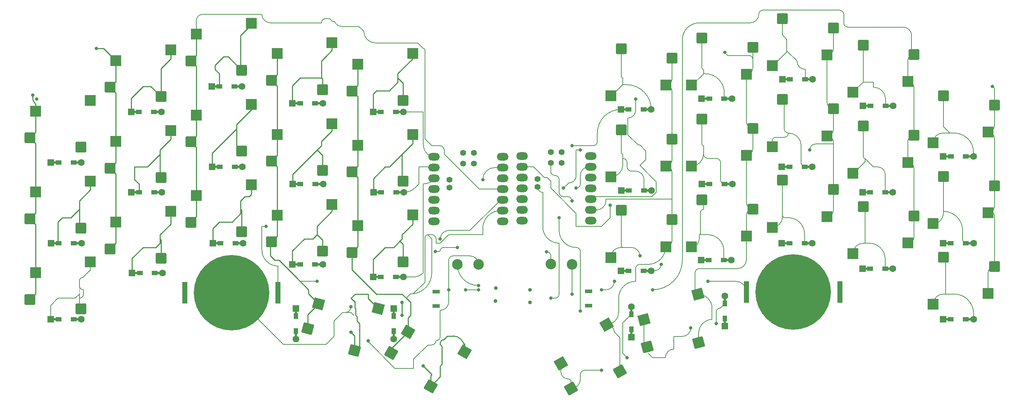
<source format=gbl>
G04 #@! TF.GenerationSoftware,KiCad,Pcbnew,(6.0.9)*
G04 #@! TF.CreationDate,2022-12-29T20:14:13-03:00*
G04 #@! TF.ProjectId,pulso - high,70756c73-6f20-42d2-9068-6967682e6b69,0.3*
G04 #@! TF.SameCoordinates,Original*
G04 #@! TF.FileFunction,Copper,L2,Bot*
G04 #@! TF.FilePolarity,Positive*
%FSLAX46Y46*%
G04 Gerber Fmt 4.6, Leading zero omitted, Abs format (unit mm)*
G04 Created by KiCad (PCBNEW (6.0.9)) date 2022-12-29 20:14:13*
%MOMM*%
%LPD*%
G01*
G04 APERTURE LIST*
G04 Aperture macros list*
%AMRoundRect*
0 Rectangle with rounded corners*
0 $1 Rounding radius*
0 $2 $3 $4 $5 $6 $7 $8 $9 X,Y pos of 4 corners*
0 Add a 4 corners polygon primitive as box body*
4,1,4,$2,$3,$4,$5,$6,$7,$8,$9,$2,$3,0*
0 Add four circle primitives for the rounded corners*
1,1,$1+$1,$2,$3*
1,1,$1+$1,$4,$5*
1,1,$1+$1,$6,$7*
1,1,$1+$1,$8,$9*
0 Add four rect primitives between the rounded corners*
20,1,$1+$1,$2,$3,$4,$5,0*
20,1,$1+$1,$4,$5,$6,$7,0*
20,1,$1+$1,$6,$7,$8,$9,0*
20,1,$1+$1,$8,$9,$2,$3,0*%
%AMRotRect*
0 Rectangle, with rotation*
0 The origin of the aperture is its center*
0 $1 length*
0 $2 width*
0 $3 Rotation angle, in degrees counterclockwise*
0 Add horizontal line*
21,1,$1,$2,0,0,$3*%
%AMFreePoly0*
4,1,13,0.650000,-0.475000,-0.650000,-0.475000,-0.650000,-0.227000,-1.093200,-0.227000,-1.128555,-0.212355,-1.143200,-0.177000,-1.143200,0.178600,-1.128555,0.213955,-1.093200,0.228600,-0.650000,0.228600,-0.650000,0.475000,0.650000,0.475000,0.650000,-0.475000,0.650000,-0.475000,$1*%
%AMFreePoly1*
4,1,13,0.650000,0.226600,1.093200,0.226600,1.128555,0.211955,1.143200,0.176600,1.143200,-0.179000,1.128555,-0.214355,1.093200,-0.229000,0.650000,-0.229000,0.650000,-0.475000,-0.650000,-0.475000,-0.650000,0.475000,0.650000,0.475000,0.650000,0.226600,0.650000,0.226600,$1*%
G04 Aperture macros list end*
G04 #@! TA.AperFunction,ComponentPad*
%ADD10O,2.750000X1.800000*%
G04 #@! TD*
G04 #@! TA.AperFunction,ComponentPad*
%ADD11C,1.397000*%
G04 #@! TD*
G04 #@! TA.AperFunction,SMDPad,CuDef*
%ADD12FreePoly0,90.000000*%
G04 #@! TD*
G04 #@! TA.AperFunction,ComponentPad*
%ADD13R,1.600000X1.600000*%
G04 #@! TD*
G04 #@! TA.AperFunction,ComponentPad*
%ADD14C,1.600000*%
G04 #@! TD*
G04 #@! TA.AperFunction,SMDPad,CuDef*
%ADD15FreePoly1,90.000000*%
G04 #@! TD*
G04 #@! TA.AperFunction,SMDPad,CuDef*
%ADD16FreePoly0,0.000000*%
G04 #@! TD*
G04 #@! TA.AperFunction,SMDPad,CuDef*
%ADD17FreePoly1,0.000000*%
G04 #@! TD*
G04 #@! TA.AperFunction,SMDPad,CuDef*
%ADD18FreePoly0,270.000000*%
G04 #@! TD*
G04 #@! TA.AperFunction,SMDPad,CuDef*
%ADD19FreePoly1,270.000000*%
G04 #@! TD*
G04 #@! TA.AperFunction,ComponentPad*
%ADD20C,2.500000*%
G04 #@! TD*
G04 #@! TA.AperFunction,WasherPad*
%ADD21C,0.900000*%
G04 #@! TD*
G04 #@! TA.AperFunction,SMDPad,CuDef*
%ADD22C,17.800000*%
G04 #@! TD*
G04 #@! TA.AperFunction,SMDPad,CuDef*
%ADD23R,1.270000X5.080000*%
G04 #@! TD*
G04 #@! TA.AperFunction,SMDPad,CuDef*
%ADD24R,2.550000X2.500000*%
G04 #@! TD*
G04 #@! TA.AperFunction,SMDPad,CuDef*
%ADD25RoundRect,0.250000X-1.025000X-1.000000X1.025000X-1.000000X1.025000X1.000000X-1.025000X1.000000X0*%
G04 #@! TD*
G04 #@! TA.AperFunction,SMDPad,CuDef*
%ADD26RotRect,2.550000X2.500000X210.000000*%
G04 #@! TD*
G04 #@! TA.AperFunction,SMDPad,CuDef*
%ADD27R,1.700000X0.900000*%
G04 #@! TD*
G04 #@! TA.AperFunction,SMDPad,CuDef*
%ADD28RotRect,2.550000X2.500000X195.000000*%
G04 #@! TD*
G04 #@! TA.AperFunction,SMDPad,CuDef*
%ADD29RoundRect,0.250000X1.248893X0.700636X-0.731255X1.231215X-1.248893X-0.700636X0.731255X-1.231215X0*%
G04 #@! TD*
G04 #@! TA.AperFunction,SMDPad,CuDef*
%ADD30RoundRect,0.250000X1.387676X0.353525X-0.387676X1.378525X-1.387676X-0.353525X0.387676X-1.378525X0*%
G04 #@! TD*
G04 #@! TA.AperFunction,SMDPad,CuDef*
%ADD31RoundRect,0.250000X0.387676X1.378525X-1.387676X0.353525X-0.387676X-1.378525X1.387676X-0.353525X0*%
G04 #@! TD*
G04 #@! TA.AperFunction,SMDPad,CuDef*
%ADD32RoundRect,0.250000X0.731255X1.231215X-1.248893X0.700636X-0.731255X-1.231215X1.248893X-0.700636X0*%
G04 #@! TD*
G04 #@! TA.AperFunction,SMDPad,CuDef*
%ADD33RoundRect,0.250000X1.025000X1.000000X-1.025000X1.000000X-1.025000X-1.000000X1.025000X-1.000000X0*%
G04 #@! TD*
G04 #@! TA.AperFunction,SMDPad,CuDef*
%ADD34RotRect,2.550000X2.500000X345.000000*%
G04 #@! TD*
G04 #@! TA.AperFunction,SMDPad,CuDef*
%ADD35RotRect,2.550000X2.500000X330.000000*%
G04 #@! TD*
G04 #@! TA.AperFunction,ViaPad*
%ADD36C,0.800000*%
G04 #@! TD*
G04 #@! TA.AperFunction,Conductor*
%ADD37C,0.250000*%
G04 #@! TD*
G04 #@! TA.AperFunction,Conductor*
%ADD38C,0.200000*%
G04 #@! TD*
G04 #@! TA.AperFunction,Conductor*
%ADD39C,0.100000*%
G04 #@! TD*
G04 APERTURE END LIST*
D10*
X150255000Y-64454907D03*
X150255000Y-66994907D03*
X150255000Y-69534907D03*
X150255000Y-72074907D03*
X150255000Y-74614907D03*
X150255000Y-77154907D03*
X150255000Y-79694907D03*
X166445000Y-79694907D03*
X166445000Y-77154907D03*
X166445000Y-74614907D03*
X166445000Y-72074907D03*
X166445000Y-69534907D03*
X166445000Y-66994907D03*
X166445000Y-64454907D03*
D11*
X157080000Y-63502907D03*
X159620000Y-63502907D03*
X157080000Y-66042907D03*
X159620000Y-66042907D03*
X153905000Y-71757907D03*
X153905000Y-69852907D03*
D12*
X176000000Y-105349038D03*
D13*
X176000000Y-107150038D03*
D14*
X176000000Y-99998038D03*
D15*
X176000000Y-101799038D03*
D13*
X249424000Y-103000000D03*
D16*
X251225000Y-103000000D03*
D17*
X254775000Y-103000000D03*
D14*
X256576000Y-103000000D03*
D13*
X230424000Y-91000000D03*
D16*
X232225000Y-91000000D03*
D17*
X235775000Y-91000000D03*
D14*
X237576000Y-91000000D03*
D13*
X211424000Y-85000000D03*
D16*
X213225000Y-85000000D03*
D17*
X216775000Y-85000000D03*
D14*
X218576000Y-85000000D03*
D13*
X192424000Y-89000000D03*
D16*
X194225000Y-89000000D03*
D17*
X197775000Y-89000000D03*
D14*
X199576000Y-89000000D03*
D13*
X249424000Y-85000000D03*
D16*
X251225000Y-85000000D03*
D17*
X254775000Y-85000000D03*
D14*
X256576000Y-85000000D03*
D13*
X230424000Y-73000000D03*
D16*
X232225000Y-73000000D03*
D17*
X235775000Y-73000000D03*
D14*
X237576000Y-73000000D03*
D13*
X211424000Y-67000000D03*
D16*
X213225000Y-67000000D03*
D17*
X216775000Y-67000000D03*
D14*
X218576000Y-67000000D03*
D13*
X192612848Y-71000000D03*
D16*
X194413848Y-71000000D03*
D17*
X197963848Y-71000000D03*
D14*
X199764848Y-71000000D03*
D12*
X198000000Y-102775000D03*
D13*
X198000000Y-104576000D03*
D14*
X198000000Y-97424000D03*
D15*
X198000000Y-99225000D03*
D18*
X120000000Y-102225000D03*
D13*
X120000000Y-100424000D03*
D14*
X120000000Y-107576000D03*
D19*
X120000000Y-105775000D03*
D18*
X97000000Y-102225000D03*
D13*
X97000000Y-100424000D03*
D14*
X97000000Y-107576000D03*
D19*
X97000000Y-105775000D03*
D20*
X140000000Y-90000000D03*
X157075000Y-89900000D03*
X135000000Y-90000000D03*
X162000000Y-90000000D03*
D21*
X144000000Y-98625000D03*
X144050000Y-95625000D03*
X152150000Y-96000000D03*
X152100000Y-99000000D03*
D22*
X214108152Y-96504295D03*
D23*
X225093152Y-96504295D03*
X203123152Y-96504295D03*
D24*
X184098848Y-66788000D03*
X171171848Y-69328000D03*
D13*
X173537848Y-53440000D03*
D16*
X175338848Y-53440000D03*
D17*
X178888848Y-53440000D03*
D14*
X180689848Y-53440000D03*
D24*
X184098848Y-85823000D03*
X171171848Y-88363000D03*
D25*
X173591000Y-39126205D03*
X185591000Y-41326205D03*
D13*
X173612848Y-72540000D03*
D16*
X175413848Y-72540000D03*
D17*
X178963848Y-72540000D03*
D14*
X180764848Y-72540000D03*
D25*
X173591000Y-77251205D03*
X185591000Y-79451205D03*
X173591000Y-58216205D03*
X185591000Y-60416205D03*
D13*
X173537848Y-91490000D03*
D16*
X175338848Y-91490000D03*
D17*
X178888848Y-91490000D03*
D14*
X180689848Y-91490000D03*
D24*
X184098848Y-47698000D03*
X171171848Y-50238000D03*
X203098848Y-64263000D03*
X190171848Y-66803000D03*
X203098848Y-45173000D03*
X190171848Y-47713000D03*
X203098848Y-83298000D03*
X190171848Y-85838000D03*
D25*
X192591000Y-36601205D03*
X204591000Y-38801205D03*
D13*
X192537848Y-50915000D03*
D16*
X194338848Y-50915000D03*
D17*
X197888848Y-50915000D03*
D14*
X199689848Y-50915000D03*
D25*
X192591000Y-74726205D03*
X204591000Y-76926205D03*
X192591000Y-55691205D03*
X204591000Y-57891205D03*
D24*
X222088848Y-40581000D03*
X209161848Y-43121000D03*
D25*
X211581000Y-32009205D03*
X223581000Y-34209205D03*
X211581000Y-51099205D03*
X223581000Y-53299205D03*
D13*
X211527848Y-46323000D03*
D16*
X213328848Y-46323000D03*
D17*
X216878848Y-46323000D03*
D14*
X218679848Y-46323000D03*
D24*
X222088848Y-59671000D03*
X209161848Y-62211000D03*
D25*
X211581000Y-70134205D03*
X223581000Y-72334205D03*
D24*
X222088848Y-78706000D03*
X209161848Y-81246000D03*
D13*
X230527848Y-52573000D03*
D16*
X232328848Y-52573000D03*
D17*
X235878848Y-52573000D03*
D14*
X237679848Y-52573000D03*
D24*
X228161848Y-49371000D03*
X241088848Y-46831000D03*
X241088848Y-65921000D03*
X228161848Y-68461000D03*
D25*
X242581000Y-40459205D03*
X230581000Y-38259205D03*
X230581000Y-57349205D03*
X242581000Y-59549205D03*
D24*
X241088848Y-84956000D03*
X228161848Y-87496000D03*
D25*
X230581000Y-76384205D03*
X242581000Y-78584205D03*
X261483152Y-90515500D03*
X249483152Y-88315500D03*
D24*
X247064000Y-61302295D03*
X259991000Y-58762295D03*
X259991000Y-77852295D03*
X247064000Y-80392295D03*
D25*
X261483152Y-52390500D03*
X249483152Y-50190500D03*
D24*
X247064000Y-99427295D03*
X259991000Y-96887295D03*
D14*
X256582000Y-64504295D03*
D17*
X254781000Y-64504295D03*
D16*
X251231000Y-64504295D03*
D13*
X249430000Y-64504295D03*
D25*
X249483152Y-69280500D03*
X261483152Y-71480500D03*
D26*
X159413848Y-113339295D03*
X170138300Y-104214591D03*
D27*
X165890000Y-99713000D03*
X165890000Y-96313000D03*
D28*
X191669873Y-97008125D03*
X178949200Y-103046220D03*
D29*
X110849478Y-110351422D03*
X99827770Y-105120556D03*
D30*
X128721339Y-118821152D03*
X119429034Y-110915897D03*
D31*
X173306589Y-115194152D03*
X161814284Y-119288897D03*
D32*
X191857123Y-108463726D03*
X179696611Y-109444518D03*
D13*
X115185652Y-93000000D03*
D16*
X116986652Y-93000000D03*
D17*
X120536652Y-93000000D03*
D14*
X122337652Y-93000000D03*
X122337652Y-54000000D03*
D17*
X120536652Y-54000000D03*
D16*
X116986652Y-54000000D03*
D13*
X115185652Y-54000000D03*
X115260652Y-73000000D03*
D16*
X117061652Y-73000000D03*
D17*
X120611652Y-73000000D03*
D14*
X122412652Y-73000000D03*
D33*
X122238804Y-51278205D03*
X110238804Y-49078205D03*
D24*
X111576652Y-42770000D03*
X124503652Y-40230000D03*
X124503652Y-59320000D03*
X111576652Y-61860000D03*
D33*
X110238804Y-68168205D03*
X122238804Y-70368205D03*
X122238804Y-89403205D03*
X110238804Y-87203205D03*
D24*
X124503652Y-78355000D03*
X111576652Y-80895000D03*
D13*
X96185652Y-90000000D03*
D16*
X97986652Y-90000000D03*
D17*
X101536652Y-90000000D03*
D14*
X103337652Y-90000000D03*
X103337652Y-52000000D03*
D17*
X101536652Y-52000000D03*
D16*
X97986652Y-52000000D03*
D13*
X96185652Y-52000000D03*
X96260652Y-71000000D03*
D16*
X98061652Y-71000000D03*
D17*
X101611652Y-71000000D03*
D14*
X103412652Y-71000000D03*
D33*
X103238804Y-48753205D03*
X91238804Y-46553205D03*
D24*
X92576652Y-40245000D03*
X105503652Y-37705000D03*
X92576652Y-59335000D03*
X105503652Y-56795000D03*
D33*
X103238804Y-67843205D03*
X91238804Y-65643205D03*
X103238804Y-86878205D03*
X91238804Y-84678205D03*
D24*
X92576652Y-78370000D03*
X105503652Y-75830000D03*
D33*
X84248804Y-82286205D03*
X72248804Y-80086205D03*
D24*
X73586652Y-54743000D03*
X86513652Y-52203000D03*
X73586652Y-35653000D03*
X86513652Y-33113000D03*
D33*
X84248804Y-44161205D03*
X72248804Y-41961205D03*
X84248804Y-63251205D03*
X72248804Y-61051205D03*
D13*
X77424000Y-85000000D03*
D16*
X79225000Y-85000000D03*
D17*
X82775000Y-85000000D03*
D14*
X84576000Y-85000000D03*
D24*
X73586652Y-73778000D03*
X86513652Y-71238000D03*
D13*
X77270652Y-67000000D03*
D16*
X79071652Y-67000000D03*
D17*
X82621652Y-67000000D03*
D14*
X84422652Y-67000000D03*
X84347652Y-48000000D03*
D17*
X82546652Y-48000000D03*
D16*
X78996652Y-48000000D03*
D13*
X77195652Y-48000000D03*
D33*
X65248804Y-88536205D03*
X53248804Y-86336205D03*
D24*
X54586652Y-60993000D03*
X67513652Y-58453000D03*
X54586652Y-41903000D03*
X67513652Y-39363000D03*
D33*
X65248804Y-50411205D03*
X53248804Y-48211205D03*
X65248804Y-69501205D03*
X53248804Y-67301205D03*
D13*
X58424000Y-92000000D03*
D16*
X60225000Y-92000000D03*
D17*
X63775000Y-92000000D03*
D14*
X65576000Y-92000000D03*
D24*
X54586652Y-80028000D03*
X67513652Y-77488000D03*
D13*
X58270652Y-73000000D03*
D16*
X60071652Y-73000000D03*
D17*
X63621652Y-73000000D03*
D14*
X65422652Y-73000000D03*
X65347652Y-54000000D03*
D17*
X63546652Y-54000000D03*
D16*
X59996652Y-54000000D03*
D13*
X58195652Y-54000000D03*
D33*
X34346652Y-60142500D03*
X46346652Y-62342500D03*
D24*
X48611500Y-51294295D03*
X35684500Y-53834295D03*
D33*
X46346652Y-81432500D03*
X34346652Y-79232500D03*
D24*
X35684500Y-72924295D03*
X48611500Y-70384295D03*
D33*
X34346652Y-98267500D03*
X46346652Y-100467500D03*
D22*
X81819500Y-96656295D03*
D23*
X92804500Y-96656295D03*
X70834500Y-96656295D03*
D14*
X46520500Y-85000000D03*
D17*
X44719500Y-85000000D03*
D16*
X41169500Y-85000000D03*
D13*
X39368500Y-85000000D03*
D14*
X46445500Y-103000000D03*
D17*
X44644500Y-103000000D03*
D16*
X41094500Y-103000000D03*
D13*
X39293500Y-103000000D03*
D24*
X48611500Y-89419295D03*
X35684500Y-91959295D03*
D14*
X46445500Y-66000000D03*
D17*
X44644500Y-66000000D03*
D16*
X41094500Y-66000000D03*
D13*
X39293500Y-66000000D03*
D34*
X102373653Y-99284876D03*
X116409126Y-100416069D03*
D35*
X123419500Y-105931295D03*
X136683952Y-110656591D03*
D27*
X130035652Y-96465000D03*
X130035652Y-99865000D03*
D10*
X129530000Y-64604907D03*
X129530000Y-67144907D03*
X129530000Y-69684907D03*
X129530000Y-72224907D03*
X129530000Y-74764907D03*
X129530000Y-77304907D03*
X129530000Y-79844907D03*
X145720000Y-79844907D03*
X145720000Y-77304907D03*
X145720000Y-74764907D03*
X145720000Y-72224907D03*
X145720000Y-69684907D03*
X145720000Y-67144907D03*
X145720000Y-64604907D03*
D11*
X136355000Y-63652907D03*
X138895000Y-63652907D03*
X136355000Y-66192907D03*
X138895000Y-66192907D03*
X133180000Y-71907907D03*
X133180000Y-70002907D03*
D36*
X163000000Y-72000000D03*
X156000000Y-87000000D03*
X162000000Y-75000000D03*
X159000000Y-79000000D03*
X164000000Y-101000000D03*
X169000000Y-96000000D03*
X172000000Y-94000000D03*
X194000000Y-94000000D03*
X162000000Y-97000000D03*
X181000000Y-96000000D03*
X171000000Y-76000000D03*
X162000000Y-62000000D03*
X164000000Y-63000000D03*
X160000000Y-72000000D03*
X157000000Y-98000000D03*
X198000000Y-40000000D03*
X177000000Y-51000000D03*
X218000000Y-63000000D03*
X261000000Y-48000000D03*
X190000000Y-105000000D03*
X196000000Y-104000000D03*
X169000000Y-115000000D03*
X175000000Y-112000000D03*
X183000000Y-90000000D03*
X178000000Y-88000000D03*
X114000000Y-108000000D03*
X110000000Y-100000000D03*
X129895863Y-86941335D03*
X135000000Y-86000000D03*
X90000000Y-81000000D03*
X133000000Y-96000000D03*
X122000000Y-99000000D03*
X122000000Y-102000000D03*
X141000000Y-70000000D03*
X102000000Y-94000000D03*
X131000000Y-84000000D03*
X140000000Y-95000000D03*
X140000000Y-96000000D03*
X137000000Y-96000000D03*
X50000000Y-39000000D03*
X35000000Y-50000000D03*
X36000000Y-51000000D03*
X110000000Y-106000000D03*
X127000000Y-114000000D03*
D37*
X110911903Y-100222148D02*
X110911903Y-98911903D01*
X111075000Y-100385245D02*
X110911903Y-100222148D01*
X111075000Y-102000000D02*
X111075000Y-100385245D01*
X111387553Y-102312553D02*
X111075000Y-102000000D01*
X111387553Y-103387553D02*
X111387553Y-102312553D01*
X112000000Y-104000000D02*
X111387553Y-103387553D01*
X112000000Y-109200900D02*
X112000000Y-104000000D01*
X110849478Y-110351422D02*
X112000000Y-109200900D01*
X110500000Y-98499997D02*
G75*
G02*
X110911903Y-98911903I0J-411903D01*
G01*
X110500000Y-98500000D02*
X110000000Y-98000000D01*
X111000000Y-99000000D02*
X110500000Y-98500000D01*
D38*
X47000000Y-93000000D02*
G75*
G03*
X46000000Y-94000000I0J-1000000D01*
G01*
X46000000Y-95000000D02*
X46000000Y-94000000D01*
X47000000Y-93000000D02*
X48611500Y-91388500D01*
X46000000Y-95000000D02*
G75*
G03*
X47000000Y-96000000I1000000J0D01*
G01*
X47000000Y-97000000D02*
X47000000Y-96000000D01*
X47000000Y-97000000D02*
G75*
G02*
X46000000Y-98000000I-1000000J0D01*
G01*
X46000000Y-98000000D02*
X46000000Y-97000000D01*
X46000000Y-100120848D02*
X46000000Y-98000000D01*
D37*
X136683952Y-109590542D02*
X136683952Y-110656591D01*
X131783148Y-107783148D02*
X132659706Y-106906590D01*
X131000000Y-109000000D02*
X131000000Y-108566296D01*
X131391208Y-113608792D02*
X131391208Y-109391208D01*
X131000000Y-114000000D02*
X131391208Y-113608792D01*
X131000000Y-116542491D02*
X131000000Y-114000000D01*
X128721339Y-118821152D02*
X131000000Y-116542491D01*
X136683910Y-109590542D02*
G75*
G03*
X134000000Y-106906590I-2683910J42D01*
G01*
X132659706Y-106906590D02*
X134000000Y-106906590D01*
X131783148Y-107783200D02*
G75*
G03*
X131000000Y-108566296I-48J-783100D01*
G01*
X131000000Y-108999992D02*
G75*
G02*
X131391208Y-109391208I0J-391208D01*
G01*
D38*
X164000000Y-71000000D02*
X164000000Y-68964907D01*
X165970000Y-66994900D02*
G75*
G03*
X164000000Y-68964907I0J-1970000D01*
G01*
X164000000Y-71000000D02*
G75*
G02*
X163000000Y-72000000I-1000000J0D01*
G01*
X163000000Y-63000000D02*
X164000000Y-63000000D01*
X163000000Y-69116896D02*
X163000000Y-63000000D01*
X163000004Y-69116896D02*
G75*
G02*
X161348392Y-70768504I-1651604J-4D01*
G01*
X160000000Y-72000000D02*
X161231496Y-70768504D01*
X161231496Y-70768504D02*
X161348392Y-70768504D01*
X156000000Y-87000000D02*
G75*
G02*
X157075000Y-88075000I0J-1075000D01*
G01*
X157075000Y-89900000D02*
X157075000Y-88075000D01*
X162000000Y-75000000D02*
G75*
G03*
X161000000Y-74000000I-1000000J0D01*
G01*
X160000000Y-74000000D02*
X161000000Y-74000000D01*
X159000000Y-72000000D02*
X159000000Y-73000000D01*
X159000000Y-70000000D02*
X159000000Y-72000000D01*
X159000000Y-70000000D02*
G75*
G03*
X158000000Y-69000000I-1000000J0D01*
G01*
X158000000Y-69000000D02*
G75*
G02*
X157000000Y-68000000I0J1000000D01*
G01*
X157080000Y-66042907D02*
X157000000Y-66122907D01*
X160000000Y-74000000D02*
G75*
G02*
X159000000Y-73000000I0J1000000D01*
G01*
X157000000Y-66122907D02*
X157000000Y-68000000D01*
X171000000Y-79000000D02*
X171000000Y-76000000D01*
X169000000Y-81000000D02*
X171000000Y-79000000D01*
X163000000Y-77989950D02*
X163000000Y-81000000D01*
X157000000Y-70335707D02*
X157000000Y-71989950D01*
X157000000Y-71989950D02*
X163000000Y-77989950D01*
X163000000Y-81000000D02*
X169000000Y-81000000D01*
X155488907Y-69488907D02*
X156153200Y-69488907D01*
X152994907Y-66994907D02*
X155488907Y-69488907D01*
X150730000Y-66994907D02*
X152994907Y-66994907D01*
X156153200Y-69488907D02*
X157000000Y-70335707D01*
X163000000Y-86000000D02*
G75*
G02*
X164000000Y-87000000I0J-1000000D01*
G01*
X159000000Y-82000000D02*
G75*
G03*
X163000000Y-86000000I4000000J0D01*
G01*
X159000000Y-82000000D02*
X159000000Y-79000000D01*
X164000000Y-101000000D02*
X164000000Y-87000000D01*
X170000000Y-96000000D02*
X169000000Y-96000000D01*
X170000000Y-96000000D02*
G75*
G03*
X172000000Y-94000000I0J2000000D01*
G01*
X200618857Y-94000000D02*
X194000000Y-94000000D01*
X200618857Y-94000048D02*
G75*
G02*
X203123152Y-96504295I43J-2504252D01*
G01*
X162000000Y-97000000D02*
X162000000Y-90000000D01*
X242000000Y-36000000D02*
X242000000Y-39878205D01*
X226000000Y-31000000D02*
X226000000Y-33000000D01*
X192000000Y-33000000D02*
X204000000Y-33000000D01*
X188000000Y-89000000D02*
X188000000Y-37000000D01*
X242581000Y-40459200D02*
G75*
G02*
X242000000Y-39878205I0J581000D01*
G01*
X242000000Y-36000000D02*
G75*
G03*
X240000000Y-34000000I-2000000J0D01*
G01*
X227000000Y-34000000D02*
G75*
G02*
X226000000Y-33000000I0J1000000D01*
G01*
X227000000Y-34000000D02*
X240000000Y-34000000D01*
X226000000Y-31000000D02*
G75*
G03*
X225000000Y-30000000I-1000000J0D01*
G01*
X207000000Y-30000000D02*
G75*
G03*
X206000000Y-31000000I0J-1000000D01*
G01*
X206000000Y-31000000D02*
G75*
G02*
X204000000Y-33000000I-2000000J0D01*
G01*
X192000000Y-33000000D02*
G75*
G03*
X188000000Y-37000000I0J-4000000D01*
G01*
X207000000Y-30000000D02*
X225000000Y-30000000D01*
X188000000Y-89000000D02*
G75*
G02*
X181000000Y-96000000I-7000000J0D01*
G01*
X159000000Y-85000000D02*
X159000000Y-97000000D01*
X158000000Y-98000000D02*
G75*
G03*
X159000000Y-97000000I0J1000000D01*
G01*
X158000000Y-98000000D02*
X157000000Y-98000000D01*
X159000000Y-85000007D02*
G75*
G02*
X155147093Y-81147093I0J3852907D01*
G01*
X155147093Y-73000000D02*
X155147093Y-81147093D01*
X155147093Y-73000000D02*
G75*
G02*
X153905000Y-71757907I7J1242100D01*
G01*
X168000000Y-61000000D02*
X168000000Y-58977848D01*
X168000000Y-61000000D02*
G75*
G02*
X167000000Y-62000000I-1000000J0D01*
G01*
X173537848Y-53440000D02*
G75*
G03*
X168000000Y-58977848I2J-5537850D01*
G01*
X162000000Y-62000000D02*
X167000000Y-62000000D01*
X170010113Y-74591000D02*
X185591000Y-74591000D01*
X170000000Y-75000000D02*
X170000000Y-74601113D01*
X170010113Y-74591000D02*
G75*
G03*
X170000000Y-74601113I-13J-10100D01*
G01*
X170000007Y-75000000D02*
G75*
G02*
X167845093Y-77154907I-2154907J0D01*
G01*
X185591000Y-68280152D02*
X185591000Y-74591000D01*
X185591000Y-74591000D02*
X185591000Y-79451205D01*
X165970000Y-77154907D02*
X167845093Y-77154907D01*
X204590979Y-41591000D02*
G75*
G03*
X203699821Y-40699821I-891179J0D01*
G01*
X204591000Y-41591000D02*
X204591000Y-43680848D01*
X198699821Y-40699821D02*
X203699821Y-40699821D01*
X177000046Y-53639346D02*
G75*
G02*
X175166000Y-55473346I-1834046J46D01*
G01*
X177000000Y-53639346D02*
X177000000Y-51000000D01*
X198000000Y-40000000D02*
X198699821Y-40699821D01*
X175166000Y-59444022D02*
X175166000Y-55473346D01*
X177569977Y-61847999D02*
X175166000Y-59444022D01*
X178007962Y-61847999D02*
X177569977Y-61847999D01*
X179413849Y-63253886D02*
X178007962Y-61847999D01*
X179413849Y-65242114D02*
X179413849Y-63253886D01*
X204591000Y-38801205D02*
X204591000Y-41591000D01*
X180860483Y-74000000D02*
X181864848Y-72995635D01*
X169000000Y-74000000D02*
X180860483Y-74000000D01*
X178007962Y-66648001D02*
X179413849Y-65242114D01*
X166584907Y-74000000D02*
X169000000Y-74000000D01*
X181864848Y-72995635D02*
X181864848Y-70504887D01*
X181864848Y-70504887D02*
X178007962Y-66648001D01*
X166584907Y-74000000D02*
G75*
G03*
X165970000Y-74614907I-7J-614900D01*
G01*
X219419000Y-61581000D02*
X223581000Y-61581000D01*
X219419000Y-61581000D02*
G75*
G03*
X218000000Y-63000000I0J-1419000D01*
G01*
X223581000Y-61581000D02*
X223581000Y-61163152D01*
X223581000Y-72334205D02*
X223581000Y-61581000D01*
X261000000Y-48000048D02*
G75*
G02*
X261483152Y-48483152I0J-483152D01*
G01*
X261483152Y-52390500D02*
X261483152Y-48483152D01*
X174000000Y-103799038D02*
X174000000Y-111000000D01*
X176000000Y-101799038D02*
X174000000Y-103799038D01*
X174000000Y-111000000D02*
X174900000Y-111900000D01*
X175000000Y-112000000D02*
G75*
G02*
X174900000Y-111900000I0J100000D01*
G01*
X179696611Y-109444500D02*
G75*
G02*
X178949200Y-108697107I-11J747400D01*
G01*
X178949200Y-103046220D02*
X178949200Y-108697107D01*
X181000000Y-112000000D02*
X180000000Y-111000000D01*
X184000000Y-112000000D02*
G75*
G02*
X186000000Y-110000000I2000000J0D01*
G01*
X186000000Y-107000000D02*
X186000000Y-110000000D01*
X184000000Y-112000000D02*
X181000000Y-112000000D01*
X188000000Y-107000000D02*
X186000000Y-107000000D01*
X188000000Y-107000000D02*
G75*
G03*
X190000000Y-105000000I0J2000000D01*
G01*
X180000000Y-111000000D02*
X180000000Y-110975733D01*
X196000000Y-101225000D02*
X196000000Y-104000000D01*
X196000000Y-101225000D02*
G75*
G02*
X196900000Y-100325000I900000J0D01*
G01*
X198000000Y-99225000D02*
X196900000Y-100325000D01*
X161814284Y-117814284D02*
X161814284Y-119288897D01*
X161814300Y-117814284D02*
G75*
G03*
X161000000Y-117000000I-814300J-16D01*
G01*
X161000000Y-116999952D02*
G75*
G02*
X159413848Y-115413848I0J1586152D01*
G01*
X159413848Y-113339295D02*
X159413848Y-115413848D01*
X164000000Y-116000000D02*
X164000000Y-117103181D01*
X169000000Y-115000000D02*
X165000000Y-115000000D01*
X161814284Y-119288900D02*
G75*
G03*
X164000000Y-117103181I16J2185700D01*
G01*
X164000000Y-116000000D02*
G75*
G02*
X165000000Y-115000000I1000000J0D01*
G01*
X176000000Y-99998038D02*
X176000000Y-101799038D01*
X174000000Y-86000000D02*
G75*
G02*
X173591000Y-85591000I0J409000D01*
G01*
X174000000Y-86000000D02*
X173534848Y-86000000D01*
X176000000Y-86000000D02*
X174000000Y-86000000D01*
X173591000Y-77251205D02*
X173591000Y-85591000D01*
X171171800Y-88363000D02*
G75*
G02*
X173534848Y-86000000I2363000J0D01*
G01*
X176000000Y-86000000D02*
G75*
G02*
X178000000Y-88000000I0J-2000000D01*
G01*
X183000000Y-90000000D02*
G75*
G02*
X181510000Y-91490000I-1490000J0D01*
G01*
X178888848Y-91490000D02*
X181510000Y-91490000D01*
X192591000Y-74726200D02*
G75*
G02*
X193000000Y-75135205I0J-409000D01*
G01*
X193000000Y-77000000D02*
X193000000Y-75135205D01*
X193000000Y-76999949D02*
G75*
G03*
X192233849Y-77766151I0J-766151D01*
G01*
X192233849Y-82766151D02*
X192233849Y-77766151D01*
X192000000Y-83000000D02*
X192233849Y-82766151D01*
X197775000Y-86775000D02*
X197775000Y-89000000D01*
X197775000Y-86775000D02*
G75*
G03*
X194000000Y-83000000I-3775000J0D01*
G01*
X192000000Y-83000000D02*
X194000000Y-83000000D01*
X192000000Y-84009848D02*
X192000000Y-83000000D01*
X192000000Y-84009848D02*
G75*
G02*
X190171848Y-85838000I-1828200J48D01*
G01*
X216775000Y-85000000D02*
X218576000Y-85000000D01*
X212162000Y-79000000D02*
X213000000Y-79000000D01*
X212162000Y-79000000D02*
G75*
G02*
X211581000Y-78419000I0J581000D01*
G01*
X216775000Y-82775000D02*
X216775000Y-85000000D01*
X211581000Y-78419000D02*
X211581000Y-70134205D01*
X216775000Y-82775000D02*
G75*
G03*
X213000000Y-79000000I-3775000J0D01*
G01*
X211581000Y-78826848D02*
X211581000Y-78419000D01*
X211581000Y-78826848D02*
G75*
G02*
X209161848Y-81246000I-2419200J48D01*
G01*
X230581000Y-76384200D02*
G75*
G02*
X231000000Y-76803205I0J-419000D01*
G01*
X231000000Y-85000000D02*
X231000000Y-76803205D01*
X231000000Y-85000000D02*
X230657848Y-85000000D01*
X232000000Y-85000000D02*
X231000000Y-85000000D01*
X228161800Y-87496000D02*
G75*
G02*
X230657848Y-85000000I2496000J0D01*
G01*
X232000000Y-85000000D02*
G75*
G02*
X235775000Y-88775000I0J-3775000D01*
G01*
X235775000Y-91000000D02*
X235775000Y-88775000D01*
X237576000Y-91000000D02*
X235775000Y-91000000D01*
X194025152Y-65000000D02*
X196000000Y-65000000D01*
X197000000Y-66000000D02*
X197000000Y-70036152D01*
X197963848Y-71000000D02*
G75*
G02*
X197000000Y-70036152I-48J963800D01*
G01*
X197000000Y-66000000D02*
G75*
G03*
X196000000Y-65000000I-1000000J0D01*
G01*
X194025152Y-65000000D02*
G75*
G02*
X193000000Y-63974848I48J1025200D01*
G01*
X193000000Y-62000000D02*
X193000000Y-63974848D01*
X193000000Y-62000000D02*
G75*
G02*
X192591000Y-61591000I0J409000D01*
G01*
X192591000Y-55691205D02*
X192591000Y-61591000D01*
X190171848Y-66803000D02*
G75*
G03*
X193000000Y-63974848I-48J2828200D01*
G01*
X209161848Y-60838152D02*
X209161848Y-62211000D01*
X209161800Y-60838152D02*
G75*
G02*
X210000000Y-60000000I838200J-48D01*
G01*
X212000000Y-60000000D02*
X210000000Y-60000000D01*
X212000000Y-60000000D02*
G75*
G03*
X213000000Y-59000000I0J1000000D01*
G01*
X216000000Y-62000000D02*
X216000000Y-66225000D01*
X216775000Y-67000000D02*
G75*
G02*
X216000000Y-66225000I0J775000D01*
G01*
X216000000Y-62000000D02*
G75*
G03*
X213000000Y-59000000I-3000000J0D01*
G01*
X212000000Y-51518205D02*
X212000000Y-58000000D01*
X213000000Y-59000000D02*
G75*
G02*
X212000000Y-58000000I0J1000000D01*
G01*
X211999995Y-51518205D02*
G75*
G03*
X211581000Y-51099205I-418995J5D01*
G01*
X235775000Y-68775000D02*
G75*
G03*
X234000000Y-67000000I-1775000J0D01*
G01*
X233000000Y-67000000D02*
X234000000Y-67000000D01*
X235775000Y-68775000D02*
X235775000Y-73000000D01*
X231000000Y-65000000D02*
X233000000Y-67000000D01*
X228333367Y-68458408D02*
X228161848Y-68461000D01*
X231000000Y-65000000D02*
X231000000Y-65791775D01*
X231000000Y-65000000D02*
G75*
G02*
X230581000Y-64581000I0J419000D01*
G01*
X231000000Y-65791775D02*
X228333367Y-68458408D01*
X230581000Y-57349205D02*
X230581000Y-64581000D01*
X178963848Y-72540000D02*
X180764848Y-72540000D01*
X176000000Y-68000000D02*
X177000000Y-68000000D01*
X178963800Y-69963848D02*
G75*
G03*
X177000000Y-68000000I-1963800J48D01*
G01*
X175000000Y-66000000D02*
X175000000Y-67000000D01*
X175000000Y-66000000D02*
G75*
G03*
X174000000Y-65000000I-1000000J0D01*
G01*
X176000000Y-68000000D02*
G75*
G02*
X175000000Y-67000000I0J1000000D01*
G01*
X174000000Y-65000000D02*
X174000000Y-66499848D01*
X174000000Y-64000000D02*
X174000000Y-65000000D01*
X178963848Y-69963848D02*
X178963848Y-72540000D01*
X174000000Y-64000000D02*
G75*
G02*
X173591000Y-63591000I0J409000D01*
G01*
X171171848Y-69328000D02*
G75*
G03*
X174000000Y-66499848I-48J2828200D01*
G01*
X173591000Y-58216205D02*
X173591000Y-63591000D01*
X218679848Y-46323000D02*
X216878848Y-46323000D01*
X216878848Y-46323000D02*
G75*
G03*
X217000000Y-46201848I-48J121200D01*
G01*
X217000000Y-44000000D02*
G75*
G02*
X215000000Y-42000000I0J2000000D01*
G01*
X212603847Y-39603847D02*
X215000000Y-42000000D01*
X212603847Y-39603847D02*
X212603847Y-39856952D01*
X217000000Y-44000000D02*
X217000000Y-46201848D01*
X212603847Y-36880962D02*
X212603847Y-39603847D01*
X209342113Y-43118686D02*
X209161848Y-43121000D01*
X211581000Y-35858115D02*
X212603847Y-36880962D01*
X211581000Y-32009205D02*
X211581000Y-35858115D01*
X212603847Y-39856952D02*
X209342113Y-43118686D01*
X199689848Y-50915000D02*
X197888848Y-50915000D01*
X197888800Y-49511703D02*
G75*
G03*
X193377145Y-45000000I-4511700J3D01*
G01*
X197888848Y-49511703D02*
X197888848Y-50915000D01*
X193000000Y-45000000D02*
X193377145Y-45000000D01*
X193000000Y-45000000D02*
X193000000Y-45053180D01*
X193000000Y-44000000D02*
X193000000Y-45000000D01*
X190342763Y-47710417D02*
X190171848Y-47713000D01*
X193000000Y-45053180D02*
X190342763Y-47710417D01*
X193000000Y-44000000D02*
G75*
G02*
X192591000Y-43591000I0J409000D01*
G01*
X192591000Y-36601205D02*
X192591000Y-43591000D01*
X180689848Y-53440000D02*
X178888848Y-53440000D01*
X180689820Y-53440000D02*
G75*
G03*
X174828028Y-47578180I-5861820J0D01*
G01*
X174000000Y-47578180D02*
X174828028Y-47578180D01*
X171342763Y-50235417D02*
X171171848Y-50238000D01*
X174000000Y-46000000D02*
X174000000Y-47578180D01*
X174000000Y-46000000D02*
G75*
G02*
X173591000Y-45591000I0J409000D01*
G01*
X174000000Y-47578180D02*
X171342763Y-50235417D01*
X173591000Y-39126205D02*
X173591000Y-45591000D01*
X235878848Y-52573000D02*
X237679848Y-52573000D01*
X235878848Y-51044832D02*
X235878848Y-52573000D01*
X235878816Y-51044832D02*
G75*
G03*
X233000000Y-48165984I-2878816J32D01*
G01*
X233000000Y-47000000D02*
X233000000Y-48165984D01*
X232999952Y-47000000D02*
G75*
G03*
X232951848Y-46951848I-48152J0D01*
G01*
X230581000Y-46951848D02*
X232951848Y-46951848D01*
X230581000Y-46951848D02*
X228161848Y-49371000D01*
X230581000Y-38259205D02*
X230581000Y-46951848D01*
X254775000Y-85000000D02*
X256576000Y-85000000D01*
X254775000Y-85000000D02*
G75*
G02*
X254000000Y-84225000I0J775000D01*
G01*
X254000000Y-82000000D02*
X254000000Y-84225000D01*
X254000048Y-82000000D02*
G75*
G03*
X249483152Y-77483152I-4516848J0D01*
G01*
X249483152Y-69280500D02*
X249483152Y-77483152D01*
X249483152Y-77483152D02*
X249483152Y-77973143D01*
X247064000Y-80392252D02*
G75*
G03*
X249483152Y-77973143I0J2419152D01*
G01*
X251000000Y-59000000D02*
X252000000Y-59000000D01*
X249483152Y-57483152D02*
X251000000Y-59000000D01*
X249483152Y-50190500D02*
X249483152Y-57483152D01*
X247064000Y-61302295D02*
G75*
G02*
X249366295Y-59000000I2302300J-5D01*
G01*
X252000000Y-59000000D02*
X249366295Y-59000000D01*
X252000000Y-59000000D02*
G75*
G02*
X256582000Y-63582000I0J-4582000D01*
G01*
X256582000Y-64504295D02*
X256582000Y-63582000D01*
X250000000Y-88832348D02*
G75*
G03*
X249483152Y-88315500I-516800J48D01*
G01*
X250000000Y-88832348D02*
X250000000Y-97000000D01*
X250000000Y-97000000D02*
X249491295Y-97000000D01*
X252000000Y-97000000D02*
X250000000Y-97000000D01*
X252000000Y-97000000D02*
G75*
G02*
X256576000Y-101576000I0J-4576000D01*
G01*
X247064000Y-99427295D02*
G75*
G02*
X249491295Y-97000000I2427300J-5D01*
G01*
X256576000Y-103000000D02*
X256576000Y-101576000D01*
X131000000Y-107000000D02*
X131000000Y-100834016D01*
X133000000Y-98834016D02*
X133000000Y-96000000D01*
X131000000Y-107000000D02*
G75*
G02*
X130000000Y-108000000I-1000000J0D01*
G01*
X133000016Y-98834016D02*
G75*
G02*
X131000000Y-100834016I-2000016J16D01*
G01*
X130000043Y-108000000D02*
G75*
G02*
X128955157Y-109044843I-1044843J0D01*
G01*
X124693729Y-114540898D02*
X124693729Y-112395958D01*
X128044844Y-109044843D02*
X128955157Y-109044843D01*
X120295405Y-114540898D02*
X124693729Y-114540898D01*
X114002563Y-108248056D02*
X120295405Y-114540898D01*
X124693729Y-112395958D02*
X128044844Y-109044843D01*
X114000000Y-108000000D02*
X114002563Y-108248056D01*
X109999999Y-100000000D02*
G75*
G02*
X108648901Y-101351099I-1351099J0D01*
G01*
X108648901Y-101351099D02*
X108047776Y-101351099D01*
X109989528Y-101351099D02*
X108648901Y-101351099D01*
X104083758Y-108916242D02*
X94079447Y-108916242D01*
X106000000Y-107000000D02*
X104083758Y-108916242D01*
X106000000Y-103398875D02*
X106000000Y-107000000D01*
X108047776Y-101351099D02*
X106000000Y-103398875D01*
X94079447Y-108916242D02*
X81819500Y-96656295D01*
X110650000Y-102011571D02*
X109989528Y-101351099D01*
X173000000Y-98000000D02*
G75*
G02*
X177000000Y-94000000I4000000J0D01*
G01*
X170138300Y-104214600D02*
G75*
G03*
X173000000Y-101352891I0J2861700D01*
G01*
X177000000Y-91000000D02*
X177000000Y-94000000D01*
X177000000Y-91000000D02*
G75*
G02*
X178000000Y-90000000I1000000J0D01*
G01*
X179921848Y-90000000D02*
X178000000Y-90000000D01*
X179921848Y-90000048D02*
G75*
G03*
X184098848Y-85823000I-48J4177048D01*
G01*
X173000000Y-98000000D02*
X173000000Y-101352891D01*
X184098848Y-85823000D02*
G75*
G03*
X185591000Y-84330848I-48J1492200D01*
G01*
X185591000Y-79451205D02*
X185591000Y-84330848D01*
X185591000Y-68280152D02*
G75*
G03*
X184098848Y-66788000I-1492200J-48D01*
G01*
X184098848Y-66788000D02*
G75*
G03*
X185591000Y-65295848I-48J1492200D01*
G01*
X185591000Y-60416205D02*
X185591000Y-65295848D01*
X185591000Y-49190152D02*
X185591000Y-60416205D01*
X185591000Y-49190152D02*
G75*
G03*
X184098848Y-47698000I-1492200J-48D01*
G01*
X184098848Y-47698000D02*
G75*
G03*
X185591000Y-46205848I-48J1492200D01*
G01*
X185591000Y-41326205D02*
X185591000Y-46205848D01*
X170214591Y-104214591D02*
X170138300Y-104214591D01*
X170214591Y-104214600D02*
G75*
G02*
X172000000Y-106000000I9J-1785400D01*
G01*
X173306589Y-107306589D02*
X172000000Y-106000000D01*
X173306589Y-115194152D02*
X173306589Y-107306589D01*
X195000000Y-103000000D02*
X195000000Y-100338252D01*
X195000000Y-103000023D02*
G75*
G03*
X191857123Y-106142877I0J-3142877D01*
G01*
X191669873Y-97008200D02*
G75*
G02*
X195000000Y-100338252I27J-3330100D01*
G01*
X191857123Y-108463726D02*
X191857123Y-106142877D01*
X191669873Y-97008200D02*
G75*
G02*
X191000000Y-96338252I27J669900D01*
G01*
X201000000Y-91000000D02*
X192000000Y-91000000D01*
X191000000Y-92000000D02*
G75*
G02*
X192000000Y-91000000I1000000J0D01*
G01*
X201000000Y-91000048D02*
G75*
G03*
X203098848Y-88901152I0J2098848D01*
G01*
X191000000Y-92000000D02*
X191000000Y-96338252D01*
X203098848Y-83298000D02*
X203098848Y-88901152D01*
X203098848Y-78418357D02*
X203098848Y-83298000D01*
X203098805Y-78418357D02*
G75*
G02*
X204591000Y-76926205I1492195J-43D01*
G01*
X203098848Y-64263000D02*
X203098848Y-75434053D01*
X204591000Y-76926252D02*
G75*
G02*
X203098848Y-75434053I0J1492152D01*
G01*
X203098848Y-64263000D02*
G75*
G03*
X204591000Y-62770848I-48J1492200D01*
G01*
X204591000Y-57891205D02*
X204591000Y-62770848D01*
X204591000Y-57891252D02*
G75*
G02*
X203098848Y-56399053I0J1492152D01*
G01*
X203098848Y-45173000D02*
X203098848Y-56399053D01*
X203098848Y-45173000D02*
G75*
G03*
X204591000Y-43680848I-48J1492200D01*
G01*
X222088848Y-78706000D02*
G75*
G03*
X223581000Y-77213848I-48J1492200D01*
G01*
X223581000Y-72334205D02*
X223581000Y-77213848D01*
X222088848Y-59671000D02*
G75*
G02*
X223581000Y-61163152I-48J-1492200D01*
G01*
X223581000Y-58178848D02*
G75*
G02*
X222088848Y-59671000I-1492200J48D01*
G01*
X223581000Y-58178848D02*
X223581000Y-53299205D01*
X223581000Y-53299252D02*
G75*
G02*
X222088848Y-51807053I0J1492152D01*
G01*
X222088848Y-40581000D02*
X222088848Y-51807053D01*
X222088848Y-40581000D02*
G75*
G03*
X223581000Y-39088848I-48J1492200D01*
G01*
X223581000Y-34209205D02*
X223581000Y-39088848D01*
X242581000Y-40459248D02*
G75*
G03*
X241088848Y-41951357I0J-1492152D01*
G01*
X241088848Y-46831000D02*
X241088848Y-41951357D01*
X241088848Y-46831000D02*
G75*
G02*
X242581000Y-48323152I-48J-1492200D01*
G01*
X242581000Y-59549205D02*
X242581000Y-48323152D01*
X242581000Y-59549248D02*
G75*
G03*
X241088848Y-61041357I0J-1492152D01*
G01*
X241088848Y-65921000D02*
X241088848Y-61041357D01*
X241088848Y-65921000D02*
G75*
G02*
X242581000Y-67413152I-48J-1492200D01*
G01*
X242581000Y-78584205D02*
X242581000Y-67413152D01*
X242581000Y-83463848D02*
X242581000Y-78584205D01*
X242581000Y-83463848D02*
G75*
G02*
X241088848Y-84956000I-1492200J48D01*
G01*
X261483152Y-90515500D02*
G75*
G03*
X259991000Y-92007652I48J-1492200D01*
G01*
X259991000Y-96887295D02*
X259991000Y-92007652D01*
X261483152Y-57270143D02*
X261483152Y-52390500D01*
X261483205Y-78251186D02*
G75*
G03*
X261084261Y-77852295I-398905J-14D01*
G01*
X259991000Y-77852295D02*
X261084261Y-77852295D01*
X261483152Y-78251186D02*
X261483152Y-90515500D01*
X259991000Y-77852252D02*
G75*
G03*
X261483152Y-76360143I0J1492152D01*
G01*
X261483152Y-71480500D02*
X261483152Y-76360143D01*
X261483152Y-60254447D02*
X261483152Y-71480500D01*
X261483105Y-60254447D02*
G75*
G03*
X259991000Y-58762295I-1492105J47D01*
G01*
X259991000Y-58762252D02*
G75*
G03*
X261483152Y-57270143I0J1492152D01*
G01*
X131840784Y-86000000D02*
X135000000Y-86000000D01*
X131840784Y-85999949D02*
G75*
G03*
X130899449Y-86941335I16J-941351D01*
G01*
X129895863Y-86941335D02*
X130899449Y-86941335D01*
X130000000Y-85000000D02*
X131000000Y-85000000D01*
X133000000Y-83000000D02*
X131000000Y-85000000D01*
X130000000Y-84000000D02*
X130000000Y-85000000D01*
X128000000Y-83000000D02*
G75*
G03*
X127400000Y-83600000I0J-600000D01*
G01*
X130000000Y-84000000D02*
G75*
G03*
X129000000Y-83000000I-1000000J0D01*
G01*
X127400000Y-90000000D02*
X127400000Y-83600000D01*
X128000000Y-83000000D02*
X129000000Y-83000000D01*
X127404964Y-92005296D02*
X127400000Y-92000332D01*
X127400000Y-92000332D02*
X127400000Y-90000000D01*
X127404964Y-94207694D02*
X127404964Y-92005296D01*
X124652957Y-96959701D02*
X127404964Y-94207694D01*
X124040299Y-96959701D02*
X123000000Y-98000000D01*
X124652957Y-96959701D02*
X124040299Y-96959701D01*
X128000000Y-83000000D02*
X129000000Y-84000000D01*
X141000000Y-81549907D02*
X141000000Y-83000000D01*
X129000000Y-84000000D02*
X129000000Y-91998135D01*
X124652965Y-96959763D02*
G75*
G03*
X129000000Y-91998135I-657965J4961563D01*
G01*
X141000007Y-81549907D02*
G75*
G02*
X145245000Y-77304907I4244993J7D01*
G01*
X141000000Y-83000000D02*
X133000000Y-83000000D01*
X89000000Y-81000000D02*
X90000000Y-81000000D01*
X89000000Y-86601041D02*
X89000000Y-81000000D01*
X88999959Y-86601041D02*
G75*
G03*
X92804500Y-90405541I3804541J41D01*
G01*
X92804500Y-96656295D02*
X92804500Y-90405541D01*
X134000000Y-88000000D02*
X138000000Y-88000000D01*
X134000000Y-88000000D02*
G75*
G03*
X133000000Y-89000000I0J-1000000D01*
G01*
X133000000Y-96000000D02*
X133000000Y-89000000D01*
X140000000Y-90000000D02*
G75*
G03*
X138000000Y-88000000I-2000000J0D01*
G01*
D37*
X116000000Y-97000000D02*
X122000000Y-97000000D01*
X110238804Y-91238804D02*
X116000000Y-97000000D01*
X122000000Y-97000000D02*
X123000000Y-98000000D01*
X110238804Y-87203205D02*
X110238804Y-91238804D01*
X122000000Y-102000000D02*
X122000000Y-99000000D01*
D38*
X141000007Y-70000000D02*
G75*
G02*
X143855093Y-67144907I2855093J0D01*
G01*
X145245000Y-67144907D02*
X143855093Y-67144907D01*
X73586652Y-32413348D02*
X73586652Y-35653000D01*
X103000000Y-33000000D02*
X91000000Y-33000000D01*
X103913041Y-32013702D02*
X103901746Y-32002407D01*
X104986298Y-32013702D02*
X103913041Y-32013702D01*
X106114121Y-32645584D02*
X105645584Y-32645584D01*
X105645584Y-32645584D02*
X105000000Y-32000000D01*
X111844999Y-33844999D02*
X107844999Y-33844999D01*
X113000000Y-35000000D02*
X111844999Y-33844999D01*
X127000000Y-39000000D02*
X125735275Y-37735275D01*
X127400000Y-60400000D02*
X127400000Y-39400000D01*
X125735275Y-37735275D02*
X115735275Y-37735275D01*
X129000000Y-62000000D02*
X127400000Y-60400000D01*
X130907497Y-62000000D02*
X129000000Y-62000000D01*
X132000000Y-63000000D02*
X131907497Y-63000000D01*
X132000000Y-64000000D02*
X132000000Y-63000000D01*
X140224907Y-72224907D02*
X132000000Y-64000000D01*
X73586700Y-32413348D02*
G75*
G02*
X75000000Y-31000000I1413300J48D01*
G01*
X89000000Y-31000000D02*
G75*
G03*
X91000000Y-33000000I2000000J0D01*
G01*
X103000021Y-33000000D02*
G75*
G02*
X103901746Y-32002408I1004679J-1800D01*
G01*
X113000025Y-35000000D02*
G75*
G03*
X115735275Y-37735275I2735275J0D01*
G01*
X106114156Y-32645571D02*
G75*
G03*
X107844999Y-33844999I1732944J652171D01*
G01*
X105000000Y-32000000D02*
X104986298Y-32013702D01*
X127000000Y-39000000D02*
G75*
G02*
X127400000Y-39400000I0J-400000D01*
G01*
X89000000Y-31000000D02*
X75000000Y-31000000D01*
X145245000Y-72224907D02*
X140224907Y-72224907D01*
X130907497Y-62000003D02*
G75*
G02*
X131907497Y-63000000I3J-999997D01*
G01*
X102000000Y-94000000D02*
X98000000Y-94000000D01*
D37*
X97000000Y-93000000D02*
X93000000Y-89000000D01*
X100000000Y-96000000D02*
X97000000Y-93000000D01*
D38*
X138009907Y-82000000D02*
X133000000Y-82000000D01*
X131000000Y-84000000D02*
G75*
G02*
X133000000Y-82000000I2000000J0D01*
G01*
X145245000Y-74764907D02*
X138009907Y-82000000D01*
D37*
X124000000Y-100000000D02*
X124000000Y-102000000D01*
X124000000Y-99000000D02*
X124000000Y-100000000D01*
D38*
X135000000Y-90000000D02*
G75*
G03*
X140000000Y-95000000I5000000J0D01*
G01*
X137000000Y-96000000D02*
X140000000Y-96000000D01*
D37*
X51683652Y-39000000D02*
X54586652Y-41903000D01*
X50000000Y-39000000D02*
X51683652Y-39000000D01*
D38*
X127000000Y-71000000D02*
X127000000Y-85000000D01*
X129897944Y-69684907D02*
X129702096Y-69880755D01*
X130005000Y-69684907D02*
X129897944Y-69684907D01*
X124585787Y-92999994D02*
G75*
G03*
X127000000Y-92000000I13J3414194D01*
G01*
X127000000Y-85000000D02*
X127000000Y-92000000D01*
X124585787Y-93000000D02*
X122337652Y-93000000D01*
X127000000Y-71000011D02*
G75*
G03*
X129702095Y-69880754I0J3821311D01*
G01*
X130005009Y-67144898D02*
G75*
G03*
X129655164Y-67000000I-349809J-349802D01*
G01*
X126000000Y-67000000D02*
X129655164Y-67000000D01*
X126000000Y-71000000D02*
X126000000Y-67000000D01*
X125122424Y-71877575D02*
X126000000Y-71000000D01*
X125122449Y-71877600D02*
G75*
G02*
X122412652Y-73000000I-2709749J2709800D01*
G01*
X127000000Y-61585787D02*
X127000000Y-54000000D01*
X127000006Y-61585787D02*
G75*
G03*
X128000000Y-64000000I3414194J-13D01*
G01*
X127000000Y-54000000D02*
X122337652Y-54000000D01*
X128000007Y-63999993D02*
G75*
G03*
X129460374Y-64604907I1460393J1460393D01*
G01*
X130005000Y-64604907D02*
X129460374Y-64604907D01*
D37*
X35000000Y-50523368D02*
X35000000Y-50000000D01*
X35000015Y-50523368D02*
G75*
G03*
X35684501Y-52175896I2336985J-32D01*
G01*
X35684500Y-52175897D02*
X35684500Y-53834295D01*
D38*
X46346652Y-100467500D02*
X46000000Y-100120848D01*
X48611500Y-91388500D02*
X48611500Y-89419295D01*
D39*
X46000000Y-97000000D02*
X46000000Y-94000000D01*
D38*
X45000000Y-98000000D02*
X46000000Y-97000000D01*
X41000000Y-98000000D02*
X45000000Y-98000000D01*
X39293500Y-99706500D02*
X41000000Y-98000000D01*
X39293500Y-103000000D02*
X39293500Y-99706500D01*
D37*
X114000000Y-98006943D02*
X116409126Y-100416069D01*
X114000000Y-97000000D02*
X114000000Y-98006943D01*
X111000000Y-97000000D02*
X114000000Y-97000000D01*
X110000000Y-98000000D02*
X111000000Y-97000000D01*
X110849478Y-106849478D02*
X110849478Y-110351422D01*
X110000000Y-106000000D02*
X110849478Y-106849478D01*
X129000000Y-116000000D02*
X127000000Y-114000000D01*
X128721339Y-116278661D02*
X129000000Y-116000000D01*
X128721339Y-118821152D02*
X128721339Y-116278661D01*
X136683952Y-108683952D02*
X136683952Y-110656591D01*
X119429034Y-109921761D02*
X123419500Y-105931295D01*
X119429034Y-110915897D02*
X119429034Y-109921761D01*
X91000000Y-84917009D02*
X91238804Y-84678205D01*
X91000000Y-88000000D02*
X91000000Y-84917009D01*
X123419500Y-102580500D02*
X124000000Y-102000000D01*
X123419500Y-105931295D02*
X123419500Y-102580500D01*
X92000000Y-89000000D02*
X91000000Y-88000000D01*
X93000000Y-89000000D02*
X92000000Y-89000000D01*
X100000000Y-96911223D02*
X100000000Y-96000000D01*
X102373653Y-99284876D02*
X100000000Y-96911223D01*
X123000000Y-98000000D02*
X124000000Y-99000000D01*
X99827770Y-101830759D02*
X102373653Y-99284876D01*
X99827770Y-105120556D02*
X99827770Y-101830759D01*
X65248804Y-84248804D02*
X65000000Y-84000000D01*
X65248804Y-88536205D02*
X65248804Y-84248804D01*
X65000000Y-84000000D02*
X65000000Y-83000000D01*
X65000000Y-85000000D02*
X65000000Y-84000000D01*
X67513652Y-80486348D02*
X67513652Y-77488000D01*
X65000000Y-83000000D02*
X67513652Y-80486348D01*
X64000000Y-86000000D02*
X65000000Y-85000000D01*
X61000000Y-86000000D02*
X64000000Y-86000000D01*
X58424000Y-88576000D02*
X61000000Y-86000000D01*
X58424000Y-92000000D02*
X58424000Y-88576000D01*
X84248804Y-82286205D02*
X84248804Y-77248804D01*
X84000000Y-77000000D02*
X84000000Y-75000000D01*
X84248804Y-77248804D02*
X84000000Y-77000000D01*
X84000000Y-78000000D02*
X84000000Y-77000000D01*
X86513652Y-73486348D02*
X86513652Y-71238000D01*
X85000000Y-74000000D02*
X86000000Y-74000000D01*
X84000000Y-75000000D02*
X85000000Y-74000000D01*
X82000000Y-80000000D02*
X84000000Y-78000000D01*
X79000000Y-80000000D02*
X82000000Y-80000000D01*
X86000000Y-74000000D02*
X86513652Y-73486348D01*
X77424000Y-81576000D02*
X79000000Y-80000000D01*
X77424000Y-85000000D02*
X77424000Y-81576000D01*
X99000000Y-84000000D02*
X101000000Y-84000000D01*
X99000000Y-84000000D02*
X96185652Y-86814348D01*
X101000000Y-84000000D02*
X102000000Y-83000000D01*
X96185652Y-86814348D02*
X96185652Y-90000000D01*
X105503652Y-77496348D02*
X105503652Y-75830000D01*
X102000000Y-83000000D02*
X102000000Y-81000000D01*
X103238804Y-84238804D02*
X102000000Y-83000000D01*
X103238804Y-86878205D02*
X103238804Y-84238804D01*
X102000000Y-81000000D02*
X105503652Y-77496348D01*
X122238804Y-85238804D02*
X121500000Y-84500000D01*
X122238804Y-89403205D02*
X122238804Y-85238804D01*
X121500000Y-84500000D02*
X122000000Y-84000000D01*
X120000000Y-86000000D02*
X121500000Y-84500000D01*
X124503652Y-80496348D02*
X124503652Y-78355000D01*
X122000000Y-84000000D02*
X122000000Y-83000000D01*
X118000000Y-86000000D02*
X120000000Y-86000000D01*
X115185652Y-88814348D02*
X118000000Y-86000000D01*
X122000000Y-83000000D02*
X124503652Y-80496348D01*
X115185652Y-93000000D02*
X115185652Y-88814348D01*
X122000000Y-70129401D02*
X122000000Y-64000000D01*
X122238804Y-70368205D02*
X122000000Y-70129401D01*
X122000000Y-64000000D02*
X124503652Y-61496348D01*
X119000000Y-67000000D02*
X122000000Y-64000000D01*
X118000000Y-67000000D02*
X119000000Y-67000000D01*
X124503652Y-61496348D02*
X124503652Y-59320000D01*
X115260652Y-69739348D02*
X118000000Y-67000000D01*
X115260652Y-73000000D02*
X115260652Y-69739348D01*
X103238804Y-64238804D02*
X102000000Y-63000000D01*
X103238804Y-67843205D02*
X103238804Y-64238804D01*
X102000000Y-63000000D02*
X103000000Y-62000000D01*
X96260652Y-68739348D02*
X102000000Y-63000000D01*
X103000000Y-61000000D02*
X105503652Y-58496348D01*
X103000000Y-62000000D02*
X103000000Y-61000000D01*
X96260652Y-71000000D02*
X96260652Y-68739348D01*
X105503652Y-58496348D02*
X105503652Y-56795000D01*
X86513652Y-53486348D02*
X86513652Y-52203000D01*
X83000000Y-57000000D02*
X86513652Y-53486348D01*
X83000000Y-62002401D02*
X83000000Y-57000000D01*
X84248804Y-63251205D02*
X83000000Y-62002401D01*
X77270652Y-63729348D02*
X77270652Y-67000000D01*
X83000000Y-58000000D02*
X77270652Y-63729348D01*
X83000000Y-57000000D02*
X83000000Y-58000000D01*
X65000000Y-69252401D02*
X65000000Y-64000000D01*
X65248804Y-69501205D02*
X65000000Y-69252401D01*
X67513652Y-60486348D02*
X67513652Y-58453000D01*
X65000000Y-64000000D02*
X65000000Y-63000000D01*
X62000000Y-67000000D02*
X65000000Y-64000000D01*
X59000000Y-70000000D02*
X59000000Y-67000000D01*
X59000000Y-67000000D02*
X62000000Y-67000000D01*
X65000000Y-63000000D02*
X67513652Y-60486348D01*
X60071652Y-71071652D02*
X59000000Y-70000000D01*
X60071652Y-73000000D02*
X60071652Y-71071652D01*
X46000000Y-81085848D02*
X46000000Y-77000000D01*
X46346652Y-81432500D02*
X46000000Y-81085848D01*
X41000000Y-84830500D02*
X41169500Y-85000000D01*
X41000000Y-80000000D02*
X41000000Y-84830500D01*
X42000000Y-79000000D02*
X41000000Y-80000000D01*
X44000000Y-79000000D02*
X42000000Y-79000000D01*
X46000000Y-77000000D02*
X44000000Y-79000000D01*
X46000000Y-75000000D02*
X46000000Y-77000000D01*
X48611500Y-72388500D02*
X46000000Y-75000000D01*
X48611500Y-70384295D02*
X48611500Y-72388500D01*
X122238804Y-51278205D02*
X122238804Y-47238804D01*
X121000000Y-46000000D02*
X121000000Y-47000000D01*
X121000000Y-45000000D02*
X121000000Y-46000000D01*
X122238804Y-47238804D02*
X121000000Y-46000000D01*
X115185652Y-49814348D02*
X115185652Y-54000000D01*
X116000000Y-49000000D02*
X115185652Y-49814348D01*
X119000000Y-49000000D02*
X116000000Y-49000000D01*
X121000000Y-47000000D02*
X119000000Y-49000000D01*
X124503652Y-41496348D02*
X121000000Y-45000000D01*
X124503652Y-40230000D02*
X124503652Y-41496348D01*
X104000000Y-41000000D02*
X103000000Y-42000000D01*
X105503652Y-39496348D02*
X104000000Y-41000000D01*
X103000000Y-46000000D02*
X103238804Y-46238804D01*
X105503652Y-37705000D02*
X105503652Y-39496348D01*
X103000000Y-42000000D02*
X103000000Y-46000000D01*
X103238804Y-46238804D02*
X103238804Y-48753205D01*
X96185652Y-52000000D02*
X96185652Y-47814348D01*
X96185652Y-47814348D02*
X98000000Y-46000000D01*
X98000000Y-46000000D02*
X103000000Y-46000000D01*
X78000000Y-43000000D02*
X80000000Y-41000000D01*
X80000000Y-41000000D02*
X81087599Y-41000000D01*
X81087599Y-41000000D02*
X84248804Y-44161205D01*
X78000000Y-44000000D02*
X78000000Y-43000000D01*
X78996652Y-44996652D02*
X78000000Y-44000000D01*
X78996652Y-48000000D02*
X78996652Y-44996652D01*
X84000000Y-43912401D02*
X84248804Y-44161205D01*
X84000000Y-36000000D02*
X84000000Y-43912401D01*
X86513652Y-33486348D02*
X84000000Y-36000000D01*
X86513652Y-33113000D02*
X86513652Y-33486348D01*
X62837599Y-48000000D02*
X65248804Y-50411205D01*
X58195652Y-50804348D02*
X61000000Y-48000000D01*
X58195652Y-54000000D02*
X58195652Y-50804348D01*
X61000000Y-48000000D02*
X62837599Y-48000000D01*
X65248804Y-43751196D02*
X65248804Y-50411205D01*
X67513652Y-41486348D02*
X65248804Y-43751196D01*
X67513652Y-39363000D02*
X67513652Y-41486348D01*
X73586652Y-40623357D02*
X73586652Y-35653000D01*
X72248804Y-41961205D02*
X73586652Y-40623357D01*
X111576652Y-85865357D02*
X110238804Y-87203205D01*
X111576652Y-80895000D02*
X111576652Y-85865357D01*
X111576652Y-69506053D02*
X111576652Y-80895000D01*
X110238804Y-68168205D02*
X111576652Y-69506053D01*
X111576652Y-66830357D02*
X110238804Y-68168205D01*
X111576652Y-61860000D02*
X111576652Y-66830357D01*
X111576652Y-50416053D02*
X111576652Y-61860000D01*
X110238804Y-49078205D02*
X111576652Y-50416053D01*
X111576652Y-47740357D02*
X110238804Y-49078205D01*
X111576652Y-42770000D02*
X111576652Y-47740357D01*
X92576652Y-83340357D02*
X92576652Y-78370000D01*
X91238804Y-84678205D02*
X92576652Y-83340357D01*
X92576652Y-66981053D02*
X92576652Y-78370000D01*
X91238804Y-65643205D02*
X92576652Y-66981053D01*
X92576652Y-59335000D02*
X92576652Y-64305357D01*
X92576652Y-64305357D02*
X91238804Y-65643205D01*
X92576652Y-47891053D02*
X92576652Y-59335000D01*
X91238804Y-46553205D02*
X92576652Y-47891053D01*
X92576652Y-40245000D02*
X92576652Y-45215357D01*
X92576652Y-45215357D02*
X91238804Y-46553205D01*
X73586652Y-73778000D02*
X73586652Y-78748357D01*
X73586652Y-78748357D02*
X72248804Y-80086205D01*
X73586652Y-62389053D02*
X73586652Y-73778000D01*
X72248804Y-61051205D02*
X73586652Y-62389053D01*
X73586652Y-59713357D02*
X72248804Y-61051205D01*
X73586652Y-54743000D02*
X73586652Y-59713357D01*
X73586652Y-54743000D02*
X73586652Y-43299053D01*
X73586652Y-43299053D02*
X72248804Y-41961205D01*
X35684500Y-96929652D02*
X35684500Y-91959295D01*
X34346652Y-98267500D02*
X35684500Y-96929652D01*
X35684500Y-80570348D02*
X34346652Y-79232500D01*
X35684500Y-91959295D02*
X35684500Y-80570348D01*
X35684500Y-77894652D02*
X34346652Y-79232500D01*
X35684500Y-72924295D02*
X35684500Y-77894652D01*
X35684500Y-61480348D02*
X35684500Y-72924295D01*
X34346652Y-60142500D02*
X35684500Y-61480348D01*
X35684500Y-53834295D02*
X35684500Y-58804652D01*
X35684500Y-58804652D02*
X34346652Y-60142500D01*
X54586652Y-49549053D02*
X53248804Y-48211205D01*
X54586652Y-60993000D02*
X54586652Y-49549053D01*
X54586652Y-84998357D02*
X54586652Y-80028000D01*
X53248804Y-86336205D02*
X54586652Y-84998357D01*
X54586652Y-68639053D02*
X54586652Y-80028000D01*
X53248804Y-67301205D02*
X54586652Y-68639053D01*
X54586652Y-65963357D02*
X53248804Y-67301205D01*
X54586652Y-60993000D02*
X54586652Y-65963357D01*
X54586652Y-41903000D02*
X54586652Y-46873357D01*
X54586652Y-46873357D02*
X53248804Y-48211205D01*
D38*
X136683952Y-108946300D02*
X136683952Y-110656591D01*
X124262152Y-40327000D02*
X125036652Y-40327000D01*
X105438152Y-37759000D02*
X106030652Y-37759000D01*
X67445652Y-39327000D02*
X68036652Y-39327000D01*
M02*

</source>
